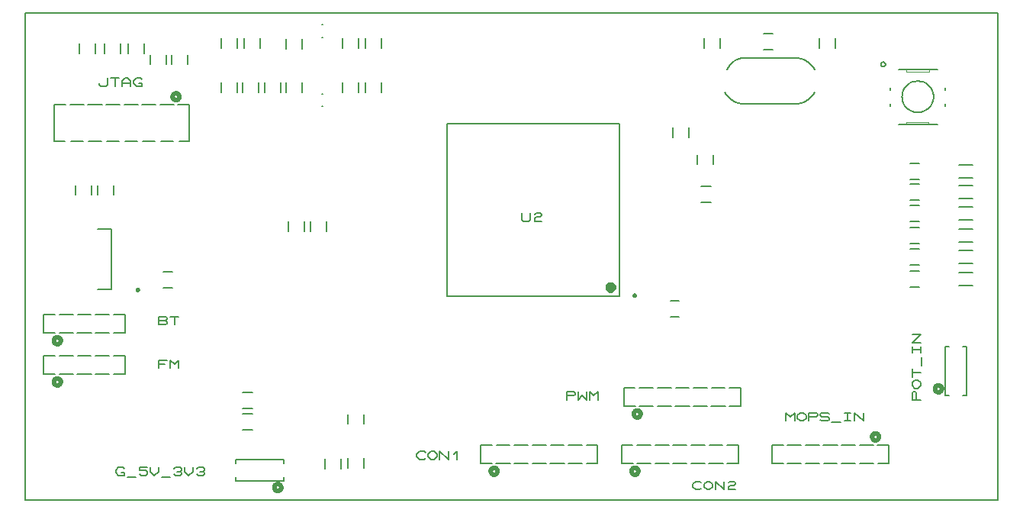
<source format=gbr>
G04 PROTEUS RS274X GERBER FILE*
%FSLAX45Y45*%
%MOMM*%
G01*
%ADD28C,0.203200*%
%ADD72C,0.508000*%
%ADD73C,0.152400*%
%ADD30C,0.200000*%
%ADD31C,0.250000*%
%ADD32C,0.600000*%
%ADD33C,0.050800*%
D28*
X-1079500Y-6413500D02*
X+9715500Y-6413500D01*
X+9715500Y-1016000D01*
X-1079500Y-1016000D01*
X-1079500Y-6413500D01*
D72*
X+9093200Y-5181500D02*
X+9093069Y-5178342D01*
X+9092003Y-5172024D01*
X+9089772Y-5165706D01*
X+9086127Y-5159388D01*
X+9080552Y-5153149D01*
X+9074234Y-5148553D01*
X+9067916Y-5145620D01*
X+9061598Y-5143958D01*
X+9055280Y-5143400D01*
X+9055100Y-5143400D01*
X+9017000Y-5181500D02*
X+9017131Y-5178342D01*
X+9018197Y-5172024D01*
X+9020428Y-5165706D01*
X+9024073Y-5159388D01*
X+9029648Y-5153149D01*
X+9035966Y-5148553D01*
X+9042284Y-5145620D01*
X+9048602Y-5143958D01*
X+9054920Y-5143400D01*
X+9055100Y-5143400D01*
X+9017000Y-5181500D02*
X+9017131Y-5184658D01*
X+9018197Y-5190976D01*
X+9020428Y-5197294D01*
X+9024073Y-5203612D01*
X+9029648Y-5209851D01*
X+9035966Y-5214447D01*
X+9042284Y-5217380D01*
X+9048602Y-5219042D01*
X+9054920Y-5219600D01*
X+9055100Y-5219600D01*
X+9093200Y-5181500D02*
X+9093069Y-5184658D01*
X+9092003Y-5190976D01*
X+9089772Y-5197294D01*
X+9086127Y-5203612D01*
X+9080552Y-5209851D01*
X+9074234Y-5214447D01*
X+9067916Y-5217380D01*
X+9061598Y-5219042D01*
X+9055280Y-5219600D01*
X+9055100Y-5219600D01*
D73*
X+9126220Y-4711650D02*
X+9126220Y-5251350D01*
X+9169735Y-5251350D01*
X+9364980Y-5251350D02*
X+9364980Y-4711650D01*
X+9321465Y-4711650D01*
X+9169735Y-4711650D02*
X+9126220Y-4711650D01*
X+9321465Y-5251350D02*
X+9364980Y-5251350D01*
D28*
X+8856170Y-5305017D02*
X+8764730Y-5305017D01*
X+8764730Y-5225642D01*
X+8779970Y-5209767D01*
X+8795210Y-5209767D01*
X+8810450Y-5225642D01*
X+8810450Y-5305017D01*
X+8795210Y-5178017D02*
X+8764730Y-5146267D01*
X+8764730Y-5114517D01*
X+8795210Y-5082767D01*
X+8825690Y-5082767D01*
X+8856170Y-5114517D01*
X+8856170Y-5146267D01*
X+8825690Y-5178017D01*
X+8795210Y-5178017D01*
X+8764730Y-5051017D02*
X+8764730Y-4955767D01*
X+8764730Y-5003392D02*
X+8856170Y-5003392D01*
X+8871410Y-4924017D02*
X+8871410Y-4828767D01*
X+8764730Y-4781142D02*
X+8764730Y-4717642D01*
X+8764730Y-4749392D02*
X+8856170Y-4749392D01*
X+8856170Y-4781142D02*
X+8856170Y-4717642D01*
X+8856170Y-4670017D02*
X+8764730Y-4670017D01*
X+8856170Y-4574767D01*
X+8764730Y-4574767D01*
D72*
X+8394600Y-5715000D02*
X+8394469Y-5711842D01*
X+8393403Y-5705524D01*
X+8391172Y-5699206D01*
X+8387527Y-5692888D01*
X+8381952Y-5686649D01*
X+8375634Y-5682053D01*
X+8369316Y-5679120D01*
X+8362998Y-5677458D01*
X+8356680Y-5676900D01*
X+8356500Y-5676900D01*
X+8318400Y-5715000D02*
X+8318531Y-5711842D01*
X+8319597Y-5705524D01*
X+8321828Y-5699206D01*
X+8325473Y-5692888D01*
X+8331048Y-5686649D01*
X+8337366Y-5682053D01*
X+8343684Y-5679120D01*
X+8350002Y-5677458D01*
X+8356320Y-5676900D01*
X+8356500Y-5676900D01*
X+8318400Y-5715000D02*
X+8318531Y-5718158D01*
X+8319597Y-5724476D01*
X+8321828Y-5730794D01*
X+8325473Y-5737112D01*
X+8331048Y-5743351D01*
X+8337366Y-5747947D01*
X+8343684Y-5750880D01*
X+8350002Y-5752542D01*
X+8356320Y-5753100D01*
X+8356500Y-5753100D01*
X+8394600Y-5715000D02*
X+8394469Y-5718158D01*
X+8393403Y-5724476D01*
X+8391172Y-5730794D01*
X+8387527Y-5737112D01*
X+8381952Y-5743351D01*
X+8375634Y-5747947D01*
X+8369316Y-5750880D01*
X+8362998Y-5752542D01*
X+8356680Y-5753100D01*
X+8356500Y-5753100D01*
D73*
X+8505470Y-5804840D02*
X+8378907Y-5804840D01*
X+7207530Y-5804840D02*
X+7207530Y-6005500D01*
X+7331309Y-6005500D01*
X+8505470Y-6005500D02*
X+8505470Y-5804840D01*
X+7334093Y-5804840D02*
X+7207530Y-5804840D01*
X+7381691Y-6005500D02*
X+7531309Y-6005500D01*
X+7534093Y-5804840D02*
X+7378907Y-5804840D01*
X+7581691Y-6005500D02*
X+7731309Y-6005500D01*
X+7734093Y-5804840D02*
X+7578907Y-5804840D01*
X+7781691Y-6005500D02*
X+7931309Y-6005500D01*
X+7934093Y-5804840D02*
X+7778907Y-5804840D01*
X+7981691Y-6005500D02*
X+8131309Y-6005500D01*
X+8134093Y-5804840D02*
X+7978907Y-5804840D01*
X+8181691Y-6005500D02*
X+8331309Y-6005500D01*
X+8381691Y-6005500D02*
X+8505470Y-6005500D01*
X+8334093Y-5804840D02*
X+8178907Y-5804840D01*
D28*
X+7363334Y-5538140D02*
X+7363334Y-5446700D01*
X+7410959Y-5492420D01*
X+7458584Y-5446700D01*
X+7458584Y-5538140D01*
X+7490334Y-5477180D02*
X+7522084Y-5446700D01*
X+7553834Y-5446700D01*
X+7585584Y-5477180D01*
X+7585584Y-5507660D01*
X+7553834Y-5538140D01*
X+7522084Y-5538140D01*
X+7490334Y-5507660D01*
X+7490334Y-5477180D01*
X+7617334Y-5538140D02*
X+7617334Y-5446700D01*
X+7696709Y-5446700D01*
X+7712584Y-5461940D01*
X+7712584Y-5477180D01*
X+7696709Y-5492420D01*
X+7617334Y-5492420D01*
X+7744334Y-5522900D02*
X+7760209Y-5538140D01*
X+7823709Y-5538140D01*
X+7839584Y-5522900D01*
X+7839584Y-5507660D01*
X+7823709Y-5492420D01*
X+7760209Y-5492420D01*
X+7744334Y-5477180D01*
X+7744334Y-5461940D01*
X+7760209Y-5446700D01*
X+7823709Y-5446700D01*
X+7839584Y-5461940D01*
X+7871334Y-5553380D02*
X+7966584Y-5553380D01*
X+8014209Y-5446700D02*
X+8077709Y-5446700D01*
X+8045959Y-5446700D02*
X+8045959Y-5538140D01*
X+8014209Y-5538140D02*
X+8077709Y-5538140D01*
X+8125334Y-5538140D02*
X+8125334Y-5446700D01*
X+8220584Y-5538140D01*
X+8220584Y-5446700D01*
D72*
X+4162600Y-6096000D02*
X+4162469Y-6092842D01*
X+4161403Y-6086524D01*
X+4159172Y-6080206D01*
X+4155527Y-6073888D01*
X+4149952Y-6067649D01*
X+4143634Y-6063053D01*
X+4137316Y-6060120D01*
X+4130998Y-6058458D01*
X+4124680Y-6057900D01*
X+4124500Y-6057900D01*
X+4086400Y-6096000D02*
X+4086531Y-6092842D01*
X+4087597Y-6086524D01*
X+4089828Y-6080206D01*
X+4093473Y-6073888D01*
X+4099048Y-6067649D01*
X+4105366Y-6063053D01*
X+4111684Y-6060120D01*
X+4118002Y-6058458D01*
X+4124320Y-6057900D01*
X+4124500Y-6057900D01*
X+4086400Y-6096000D02*
X+4086531Y-6099158D01*
X+4087597Y-6105476D01*
X+4089828Y-6111794D01*
X+4093473Y-6118112D01*
X+4099048Y-6124351D01*
X+4105366Y-6128947D01*
X+4111684Y-6131880D01*
X+4118002Y-6133542D01*
X+4124320Y-6134100D01*
X+4124500Y-6134100D01*
X+4162600Y-6096000D02*
X+4162469Y-6099158D01*
X+4161403Y-6105476D01*
X+4159172Y-6111794D01*
X+4155527Y-6118112D01*
X+4149952Y-6124351D01*
X+4143634Y-6128947D01*
X+4137316Y-6131880D01*
X+4130998Y-6133542D01*
X+4124680Y-6134100D01*
X+4124500Y-6134100D01*
D73*
X+3975530Y-6006160D02*
X+4102093Y-6006160D01*
X+5273470Y-6006160D02*
X+5273470Y-5805500D01*
X+5149691Y-5805500D01*
X+3975530Y-5805500D02*
X+3975530Y-6006160D01*
X+5146907Y-6006160D02*
X+5273470Y-6006160D01*
X+5099309Y-5805500D02*
X+4949691Y-5805500D01*
X+4946907Y-6006160D02*
X+5102093Y-6006160D01*
X+4899309Y-5805500D02*
X+4749691Y-5805500D01*
X+4746907Y-6006160D02*
X+4902093Y-6006160D01*
X+4699309Y-5805500D02*
X+4549691Y-5805500D01*
X+4546907Y-6006160D02*
X+4702093Y-6006160D01*
X+4499309Y-5805500D02*
X+4349691Y-5805500D01*
X+4346907Y-6006160D02*
X+4502093Y-6006160D01*
X+4299309Y-5805500D02*
X+4149691Y-5805500D01*
X+4099309Y-5805500D02*
X+3975530Y-5805500D01*
X+4146907Y-6006160D02*
X+4302093Y-6006160D01*
D28*
X+3360850Y-5949463D02*
X+3344975Y-5964703D01*
X+3297350Y-5964703D01*
X+3265600Y-5934223D01*
X+3265600Y-5903743D01*
X+3297350Y-5873263D01*
X+3344975Y-5873263D01*
X+3360850Y-5888503D01*
X+3392600Y-5903743D02*
X+3424350Y-5873263D01*
X+3456100Y-5873263D01*
X+3487850Y-5903743D01*
X+3487850Y-5934223D01*
X+3456100Y-5964703D01*
X+3424350Y-5964703D01*
X+3392600Y-5934223D01*
X+3392600Y-5903743D01*
X+3519600Y-5964703D02*
X+3519600Y-5873263D01*
X+3614850Y-5964703D01*
X+3614850Y-5873263D01*
X+3678350Y-5903743D02*
X+3710100Y-5873263D01*
X+3710100Y-5964703D01*
D72*
X+5724600Y-6096000D02*
X+5724469Y-6092842D01*
X+5723403Y-6086524D01*
X+5721172Y-6080206D01*
X+5717527Y-6073888D01*
X+5711952Y-6067649D01*
X+5705634Y-6063053D01*
X+5699316Y-6060120D01*
X+5692998Y-6058458D01*
X+5686680Y-6057900D01*
X+5686500Y-6057900D01*
X+5648400Y-6096000D02*
X+5648531Y-6092842D01*
X+5649597Y-6086524D01*
X+5651828Y-6080206D01*
X+5655473Y-6073888D01*
X+5661048Y-6067649D01*
X+5667366Y-6063053D01*
X+5673684Y-6060120D01*
X+5680002Y-6058458D01*
X+5686320Y-6057900D01*
X+5686500Y-6057900D01*
X+5648400Y-6096000D02*
X+5648531Y-6099158D01*
X+5649597Y-6105476D01*
X+5651828Y-6111794D01*
X+5655473Y-6118112D01*
X+5661048Y-6124351D01*
X+5667366Y-6128947D01*
X+5673684Y-6131880D01*
X+5680002Y-6133542D01*
X+5686320Y-6134100D01*
X+5686500Y-6134100D01*
X+5724600Y-6096000D02*
X+5724469Y-6099158D01*
X+5723403Y-6105476D01*
X+5721172Y-6111794D01*
X+5717527Y-6118112D01*
X+5711952Y-6124351D01*
X+5705634Y-6128947D01*
X+5699316Y-6131880D01*
X+5692998Y-6133542D01*
X+5686680Y-6134100D01*
X+5686500Y-6134100D01*
D73*
X+5537530Y-6006160D02*
X+5664093Y-6006160D01*
X+6835470Y-6006160D02*
X+6835470Y-5805500D01*
X+6711691Y-5805500D01*
X+5537530Y-5805500D02*
X+5537530Y-6006160D01*
X+6708907Y-6006160D02*
X+6835470Y-6006160D01*
X+6661309Y-5805500D02*
X+6511691Y-5805500D01*
X+6508907Y-6006160D02*
X+6664093Y-6006160D01*
X+6461309Y-5805500D02*
X+6311691Y-5805500D01*
X+6308907Y-6006160D02*
X+6464093Y-6006160D01*
X+6261309Y-5805500D02*
X+6111691Y-5805500D01*
X+6108907Y-6006160D02*
X+6264093Y-6006160D01*
X+6061309Y-5805500D02*
X+5911691Y-5805500D01*
X+5908907Y-6006160D02*
X+6064093Y-6006160D01*
X+5861309Y-5805500D02*
X+5711691Y-5805500D01*
X+5661309Y-5805500D02*
X+5537530Y-5805500D01*
X+5708907Y-6006160D02*
X+5864093Y-6006160D01*
D28*
X+6421450Y-6285560D02*
X+6405575Y-6300800D01*
X+6357950Y-6300800D01*
X+6326200Y-6270320D01*
X+6326200Y-6239840D01*
X+6357950Y-6209360D01*
X+6405575Y-6209360D01*
X+6421450Y-6224600D01*
X+6453200Y-6239840D02*
X+6484950Y-6209360D01*
X+6516700Y-6209360D01*
X+6548450Y-6239840D01*
X+6548450Y-6270320D01*
X+6516700Y-6300800D01*
X+6484950Y-6300800D01*
X+6453200Y-6270320D01*
X+6453200Y-6239840D01*
X+6580200Y-6300800D02*
X+6580200Y-6209360D01*
X+6675450Y-6300800D01*
X+6675450Y-6209360D01*
X+6723075Y-6224600D02*
X+6738950Y-6209360D01*
X+6786575Y-6209360D01*
X+6802450Y-6224600D01*
X+6802450Y-6239840D01*
X+6786575Y-6255080D01*
X+6738950Y-6255080D01*
X+6723075Y-6270320D01*
X+6723075Y-6300800D01*
X+6802450Y-6300800D01*
D72*
X+5750100Y-5461000D02*
X+5749969Y-5457842D01*
X+5748903Y-5451524D01*
X+5746672Y-5445206D01*
X+5743027Y-5438888D01*
X+5737452Y-5432649D01*
X+5731134Y-5428053D01*
X+5724816Y-5425120D01*
X+5718498Y-5423458D01*
X+5712180Y-5422900D01*
X+5712000Y-5422900D01*
X+5673900Y-5461000D02*
X+5674031Y-5457842D01*
X+5675097Y-5451524D01*
X+5677328Y-5445206D01*
X+5680973Y-5438888D01*
X+5686548Y-5432649D01*
X+5692866Y-5428053D01*
X+5699184Y-5425120D01*
X+5705502Y-5423458D01*
X+5711820Y-5422900D01*
X+5712000Y-5422900D01*
X+5673900Y-5461000D02*
X+5674031Y-5464158D01*
X+5675097Y-5470476D01*
X+5677328Y-5476794D01*
X+5680973Y-5483112D01*
X+5686548Y-5489351D01*
X+5692866Y-5493947D01*
X+5699184Y-5496880D01*
X+5705502Y-5498542D01*
X+5711820Y-5499100D01*
X+5712000Y-5499100D01*
X+5750100Y-5461000D02*
X+5749969Y-5464158D01*
X+5748903Y-5470476D01*
X+5746672Y-5476794D01*
X+5743027Y-5483112D01*
X+5737452Y-5489351D01*
X+5731134Y-5493947D01*
X+5724816Y-5496880D01*
X+5718498Y-5498542D01*
X+5712180Y-5499100D01*
X+5712000Y-5499100D01*
D73*
X+5563030Y-5371160D02*
X+5689593Y-5371160D01*
X+6860970Y-5371160D02*
X+6860970Y-5170500D01*
X+6737191Y-5170500D01*
X+5563030Y-5170500D02*
X+5563030Y-5371160D01*
X+6734407Y-5371160D02*
X+6860970Y-5371160D01*
X+6686809Y-5170500D02*
X+6537191Y-5170500D01*
X+6534407Y-5371160D02*
X+6689593Y-5371160D01*
X+6486809Y-5170500D02*
X+6337191Y-5170500D01*
X+6334407Y-5371160D02*
X+6489593Y-5371160D01*
X+6286809Y-5170500D02*
X+6137191Y-5170500D01*
X+6134407Y-5371160D02*
X+6289593Y-5371160D01*
X+6086809Y-5170500D02*
X+5937191Y-5170500D01*
X+5934407Y-5371160D02*
X+6089593Y-5371160D01*
X+5886809Y-5170500D02*
X+5737191Y-5170500D01*
X+5686809Y-5170500D02*
X+5563030Y-5170500D01*
X+5734407Y-5371160D02*
X+5889593Y-5371160D01*
D28*
X+4929300Y-5303973D02*
X+4929300Y-5212533D01*
X+5008675Y-5212533D01*
X+5024550Y-5227773D01*
X+5024550Y-5243013D01*
X+5008675Y-5258253D01*
X+4929300Y-5258253D01*
X+5056300Y-5212533D02*
X+5056300Y-5303973D01*
X+5103925Y-5258253D01*
X+5151550Y-5303973D01*
X+5151550Y-5212533D01*
X+5183300Y-5303973D02*
X+5183300Y-5212533D01*
X+5230925Y-5258253D01*
X+5278550Y-5212533D01*
X+5278550Y-5303973D01*
D72*
X+1761085Y-6276892D02*
X+1760954Y-6273734D01*
X+1759888Y-6267416D01*
X+1757657Y-6261098D01*
X+1754012Y-6254780D01*
X+1748437Y-6248541D01*
X+1742119Y-6243945D01*
X+1735801Y-6241012D01*
X+1729483Y-6239350D01*
X+1723165Y-6238792D01*
X+1722985Y-6238792D01*
X+1684885Y-6276892D02*
X+1685016Y-6273734D01*
X+1686082Y-6267416D01*
X+1688313Y-6261098D01*
X+1691958Y-6254780D01*
X+1697533Y-6248541D01*
X+1703851Y-6243945D01*
X+1710169Y-6241012D01*
X+1716487Y-6239350D01*
X+1722805Y-6238792D01*
X+1722985Y-6238792D01*
X+1684885Y-6276892D02*
X+1685016Y-6280050D01*
X+1686082Y-6286368D01*
X+1688313Y-6292686D01*
X+1691958Y-6299004D01*
X+1697533Y-6305243D01*
X+1703851Y-6309839D01*
X+1710169Y-6312772D01*
X+1716487Y-6314434D01*
X+1722805Y-6314992D01*
X+1722985Y-6314992D01*
X+1761085Y-6276892D02*
X+1760954Y-6280050D01*
X+1759888Y-6286368D01*
X+1757657Y-6292686D01*
X+1754012Y-6299004D01*
X+1748437Y-6305243D01*
X+1742119Y-6309839D01*
X+1735801Y-6312772D01*
X+1729483Y-6314434D01*
X+1723165Y-6314992D01*
X+1722985Y-6314992D01*
D73*
X+1253135Y-6205772D02*
X+1792835Y-6205772D01*
X+1792835Y-6162257D01*
X+1792835Y-5967012D02*
X+1253135Y-5967012D01*
X+1253135Y-6010527D01*
X+1253135Y-6162257D02*
X+1253135Y-6205772D01*
X+1792835Y-6010527D02*
X+1792835Y-5967012D01*
D28*
X-13715Y-6114332D02*
X+18035Y-6114332D01*
X+18035Y-6144812D01*
X-45465Y-6144812D01*
X-77215Y-6114332D01*
X-77215Y-6083852D01*
X-45465Y-6053372D01*
X+2160Y-6053372D01*
X+18035Y-6068612D01*
X+49785Y-6160052D02*
X+145035Y-6160052D01*
X+272035Y-6053372D02*
X+192660Y-6053372D01*
X+192660Y-6083852D01*
X+256160Y-6083852D01*
X+272035Y-6099092D01*
X+272035Y-6129572D01*
X+256160Y-6144812D01*
X+208535Y-6144812D01*
X+192660Y-6129572D01*
X+303785Y-6053372D02*
X+303785Y-6099092D01*
X+351410Y-6144812D01*
X+399035Y-6099092D01*
X+399035Y-6053372D01*
X+430785Y-6160052D02*
X+526035Y-6160052D01*
X+573660Y-6068612D02*
X+589535Y-6053372D01*
X+637160Y-6053372D01*
X+653035Y-6068612D01*
X+653035Y-6083852D01*
X+637160Y-6099092D01*
X+653035Y-6114332D01*
X+653035Y-6129572D01*
X+637160Y-6144812D01*
X+589535Y-6144812D01*
X+573660Y-6129572D01*
X+605410Y-6099092D02*
X+637160Y-6099092D01*
X+684785Y-6053372D02*
X+684785Y-6099092D01*
X+732410Y-6144812D01*
X+780035Y-6099092D01*
X+780035Y-6053372D01*
X+827660Y-6068612D02*
X+843535Y-6053372D01*
X+891160Y-6053372D01*
X+907035Y-6068612D01*
X+907035Y-6083852D01*
X+891160Y-6099092D01*
X+907035Y-6114332D01*
X+907035Y-6129572D01*
X+891160Y-6144812D01*
X+843535Y-6144812D01*
X+827660Y-6129572D01*
X+859410Y-6099092D02*
X+891160Y-6099092D01*
D72*
X+631800Y-1943100D02*
X+631669Y-1939942D01*
X+630603Y-1933624D01*
X+628372Y-1927306D01*
X+624727Y-1920988D01*
X+619152Y-1914749D01*
X+612834Y-1910153D01*
X+606516Y-1907220D01*
X+600198Y-1905558D01*
X+593880Y-1905000D01*
X+593700Y-1905000D01*
X+555600Y-1943100D02*
X+555731Y-1939942D01*
X+556797Y-1933624D01*
X+559028Y-1927306D01*
X+562673Y-1920988D01*
X+568248Y-1914749D01*
X+574566Y-1910153D01*
X+580884Y-1907220D01*
X+587202Y-1905558D01*
X+593520Y-1905000D01*
X+593700Y-1905000D01*
X+555600Y-1943100D02*
X+555731Y-1946258D01*
X+556797Y-1952576D01*
X+559028Y-1958894D01*
X+562673Y-1965212D01*
X+568248Y-1971451D01*
X+574566Y-1976047D01*
X+580884Y-1978980D01*
X+587202Y-1980642D01*
X+593520Y-1981200D01*
X+593700Y-1981200D01*
X+631800Y-1943100D02*
X+631669Y-1946258D01*
X+630603Y-1952576D01*
X+628372Y-1958894D01*
X+624727Y-1965212D01*
X+619152Y-1971451D01*
X+612834Y-1976047D01*
X+606516Y-1978980D01*
X+600198Y-1980642D01*
X+593880Y-1981200D01*
X+593700Y-1981200D01*
D73*
X+743000Y-2032940D02*
X+616108Y-2032940D01*
X-755600Y-2032940D02*
X-755600Y-2431720D01*
X-638034Y-2431720D01*
X+743000Y-2431720D02*
X+743000Y-2032940D01*
X-574566Y-2431720D02*
X-438034Y-2431720D01*
X-628708Y-2032940D02*
X-755600Y-2032940D01*
X-374566Y-2431720D02*
X-238034Y-2431720D01*
X-428708Y-2032940D02*
X-583892Y-2032940D01*
X-174566Y-2431720D02*
X-38034Y-2431720D01*
X-228708Y-2032940D02*
X-383892Y-2032940D01*
X+25434Y-2431720D02*
X+161966Y-2431720D01*
X-28708Y-2032940D02*
X-183892Y-2032940D01*
X+225434Y-2431720D02*
X+361966Y-2431720D01*
X+171292Y-2032940D02*
X+16108Y-2032940D01*
X+425434Y-2431720D02*
X+561966Y-2431720D01*
X+371292Y-2032940D02*
X+216108Y-2032940D01*
X+625434Y-2431720D02*
X+743000Y-2431720D01*
X+571292Y-2032940D02*
X+416108Y-2032940D01*
D28*
X-260300Y-1794180D02*
X-260300Y-1809420D01*
X-244425Y-1824660D01*
X-180925Y-1824660D01*
X-165050Y-1809420D01*
X-165050Y-1733220D01*
X-133300Y-1733220D02*
X-38050Y-1733220D01*
X-85675Y-1733220D02*
X-85675Y-1824660D01*
X-6300Y-1824660D02*
X-6300Y-1763700D01*
X+25450Y-1733220D01*
X+57200Y-1733220D01*
X+88950Y-1763700D01*
X+88950Y-1824660D01*
X-6300Y-1794180D02*
X+88950Y-1794180D01*
X+184200Y-1794180D02*
X+215950Y-1794180D01*
X+215950Y-1824660D01*
X+152450Y-1824660D01*
X+120700Y-1794180D01*
X+120700Y-1763700D01*
X+152450Y-1733220D01*
X+200075Y-1733220D01*
X+215950Y-1748460D01*
D30*
X+2220900Y-1141300D02*
X+2210900Y-1141300D01*
X+2220900Y-1281300D02*
X+2210900Y-1281300D01*
X+2221400Y-1908100D02*
X+2211400Y-1908100D01*
X+2221400Y-2048100D02*
X+2211400Y-2048100D01*
D31*
X+178300Y-4080900D02*
X+178257Y-4079861D01*
X+177905Y-4077782D01*
X+177168Y-4075703D01*
X+175964Y-4073624D01*
X+174123Y-4071574D01*
X+172044Y-4070071D01*
X+169965Y-4069114D01*
X+167886Y-4068575D01*
X+165807Y-4068400D01*
X+165800Y-4068400D01*
X+153300Y-4080900D02*
X+153343Y-4079861D01*
X+153695Y-4077782D01*
X+154432Y-4075703D01*
X+155636Y-4073624D01*
X+157477Y-4071574D01*
X+159556Y-4070071D01*
X+161635Y-4069114D01*
X+163714Y-4068575D01*
X+165793Y-4068400D01*
X+165800Y-4068400D01*
X+153300Y-4080900D02*
X+153343Y-4081939D01*
X+153695Y-4084018D01*
X+154432Y-4086097D01*
X+155636Y-4088176D01*
X+157477Y-4090226D01*
X+159556Y-4091729D01*
X+161635Y-4092686D01*
X+163714Y-4093225D01*
X+165793Y-4093400D01*
X+165800Y-4093400D01*
X+178300Y-4080900D02*
X+178257Y-4081939D01*
X+177905Y-4084018D01*
X+177168Y-4086097D01*
X+175964Y-4088176D01*
X+174123Y-4090226D01*
X+172044Y-4091729D01*
X+169965Y-4092686D01*
X+167886Y-4093225D01*
X+165807Y-4093400D01*
X+165800Y-4093400D01*
D30*
X-276700Y-3410900D02*
X-126700Y-3410900D01*
X-126700Y-4080900D01*
X-276700Y-4080900D01*
X+545000Y-1481400D02*
X+545000Y-1581400D01*
X+725000Y-1481400D02*
X+725000Y-1581400D01*
X+303700Y-1481400D02*
X+303700Y-1581400D01*
X+483700Y-1481400D02*
X+483700Y-1581400D01*
X-521800Y-2927100D02*
X-521800Y-3027100D01*
X-341800Y-2927100D02*
X-341800Y-3027100D01*
X-280500Y-2927100D02*
X-280500Y-3027100D01*
X-100500Y-2927100D02*
X-100500Y-3027100D01*
X-483700Y-1352300D02*
X-483700Y-1462300D01*
X-303700Y-1352300D02*
X-303700Y-1462300D01*
X-204300Y-1352300D02*
X-204300Y-1462300D01*
X-24300Y-1352300D02*
X-24300Y-1462300D01*
X+62400Y-1352300D02*
X+62400Y-1462300D01*
X+242400Y-1352300D02*
X+242400Y-1462300D01*
X+550600Y-3885100D02*
X+450600Y-3885100D01*
X+550600Y-4065100D02*
X+450600Y-4065100D01*
X+2617300Y-1403600D02*
X+2617300Y-1293600D01*
X+2437300Y-1403600D02*
X+2437300Y-1293600D01*
X+2871300Y-1403600D02*
X+2871300Y-1293600D01*
X+2691300Y-1403600D02*
X+2691300Y-1293600D01*
X+2691300Y-1781000D02*
X+2691300Y-1891000D01*
X+2871300Y-1781000D02*
X+2871300Y-1891000D01*
X+2437300Y-1781000D02*
X+2437300Y-1891000D01*
X+2617300Y-1781000D02*
X+2617300Y-1891000D01*
X+2261700Y-3430800D02*
X+2261700Y-3320800D01*
X+2081700Y-3430800D02*
X+2081700Y-3320800D01*
X+1995000Y-1408400D02*
X+1995000Y-1298400D01*
X+1815000Y-1408400D02*
X+1815000Y-1298400D01*
X+6419600Y-3112600D02*
X+6529600Y-3112600D01*
X+6419600Y-2932600D02*
X+6529600Y-2932600D01*
X+2020400Y-3430800D02*
X+2020400Y-3320800D01*
X+1840400Y-3430800D02*
X+1840400Y-3320800D01*
X+2680800Y-6059700D02*
X+2680800Y-5949700D01*
X+2500800Y-6059700D02*
X+2500800Y-5949700D01*
X+2426800Y-6064500D02*
X+2426800Y-5954500D01*
X+2246800Y-6064500D02*
X+2246800Y-5954500D01*
X+1271100Y-1403600D02*
X+1271100Y-1293600D01*
X+1091100Y-1403600D02*
X+1091100Y-1293600D01*
X+1525100Y-1403600D02*
X+1525100Y-1293600D01*
X+1345100Y-1403600D02*
X+1345100Y-1293600D01*
X+1573700Y-1781000D02*
X+1573700Y-1891000D01*
X+1753700Y-1781000D02*
X+1753700Y-1891000D01*
X+1815000Y-1781000D02*
X+1815000Y-1891000D01*
X+1995000Y-1781000D02*
X+1995000Y-1891000D01*
X+1331700Y-5639900D02*
X+1441700Y-5639900D01*
X+1331700Y-5459900D02*
X+1441700Y-5459900D01*
X+1331700Y-5398600D02*
X+1441700Y-5398600D01*
X+1331700Y-5218600D02*
X+1441700Y-5218600D01*
X+6450500Y-1288800D02*
X+6450500Y-1398800D01*
X+6630500Y-1288800D02*
X+6630500Y-1398800D01*
X+7733200Y-1288800D02*
X+7733200Y-1398800D01*
X+7913200Y-1288800D02*
X+7913200Y-1398800D01*
D28*
X+6903720Y-1513840D02*
X+7462520Y-1513840D01*
X+6903720Y-2021840D02*
X+7462520Y-2021840D01*
X+6685280Y-1894840D02*
X+6703209Y-1922904D01*
X+6724412Y-1947902D01*
X+6748592Y-1969626D01*
X+6775450Y-1987868D01*
X+6804690Y-2002418D01*
X+6836013Y-2013069D01*
X+6869122Y-2019613D01*
X+6903720Y-2021840D01*
X+6708140Y-1640840D02*
X+6724045Y-1612776D01*
X+6742986Y-1587778D01*
X+6764665Y-1566054D01*
X+6788785Y-1547812D01*
X+6815048Y-1533262D01*
X+6843157Y-1522611D01*
X+6872813Y-1516067D01*
X+6903720Y-1513840D01*
X+7680960Y-1640840D02*
X+7663031Y-1612776D01*
X+7641828Y-1587778D01*
X+7617648Y-1566054D01*
X+7590790Y-1547812D01*
X+7561550Y-1533262D01*
X+7530227Y-1522611D01*
X+7497118Y-1516067D01*
X+7462520Y-1513840D01*
X+7680960Y-1894840D02*
X+7663031Y-1922904D01*
X+7641828Y-1947902D01*
X+7617648Y-1969626D01*
X+7590790Y-1987868D01*
X+7561550Y-2002418D01*
X+7530227Y-2013069D01*
X+7497118Y-2019613D01*
X+7462520Y-2021840D01*
D30*
X+7218100Y-1243500D02*
X+7118100Y-1243500D01*
X+7218100Y-1423500D02*
X+7118100Y-1423500D01*
D28*
X+9278620Y-3888740D02*
X+9431020Y-3888740D01*
X+9281160Y-4036060D02*
X+9431020Y-4036060D01*
X+9278620Y-2694940D02*
X+9431020Y-2694940D01*
X+9281160Y-2842260D02*
X+9431020Y-2842260D01*
X+9278620Y-3647440D02*
X+9431020Y-3647440D01*
X+9281160Y-3794760D02*
X+9431020Y-3794760D01*
X+9278620Y-3406140D02*
X+9431020Y-3406140D01*
X+9281160Y-3553460D02*
X+9431020Y-3553460D01*
X+9278620Y-2923540D02*
X+9431020Y-2923540D01*
X+9281160Y-3070860D02*
X+9431020Y-3070860D01*
X+9278620Y-3164840D02*
X+9431020Y-3164840D01*
X+9281160Y-3312160D02*
X+9431020Y-3312160D01*
D30*
X+8843260Y-2907200D02*
X+8743260Y-2907200D01*
X+8843260Y-3087200D02*
X+8743260Y-3087200D01*
X+8843260Y-3148500D02*
X+8743260Y-3148500D01*
X+8843260Y-3328500D02*
X+8743260Y-3328500D01*
X+8843260Y-3872400D02*
X+8743260Y-3872400D01*
X+8843260Y-4052400D02*
X+8743260Y-4052400D01*
X+8841160Y-3631100D02*
X+8741160Y-3631100D01*
X+8841160Y-3811100D02*
X+8741160Y-3811100D01*
X+8843260Y-3389800D02*
X+8743260Y-3389800D01*
X+8843260Y-3569800D02*
X+8743260Y-3569800D01*
X+8841160Y-2678600D02*
X+8741160Y-2678600D01*
X+8841160Y-2858600D02*
X+8741160Y-2858600D01*
X+5513900Y-2245000D02*
X+3603900Y-2245000D01*
X+3603900Y-4155000D01*
X+5513900Y-4155000D01*
X+5513900Y-2245000D01*
D32*
X+5443900Y-4055000D02*
X+5443797Y-4052511D01*
X+5442955Y-4047531D01*
X+5441195Y-4042551D01*
X+5438318Y-4037571D01*
X+5433917Y-4032655D01*
X+5428937Y-4029041D01*
X+5423957Y-4026736D01*
X+5418977Y-4025433D01*
X+5413997Y-4025000D01*
X+5413900Y-4025000D01*
X+5383900Y-4055000D02*
X+5384003Y-4052511D01*
X+5384845Y-4047531D01*
X+5386605Y-4042551D01*
X+5389482Y-4037571D01*
X+5393883Y-4032655D01*
X+5398863Y-4029041D01*
X+5403843Y-4026736D01*
X+5408823Y-4025433D01*
X+5413803Y-4025000D01*
X+5413900Y-4025000D01*
X+5383900Y-4055000D02*
X+5384003Y-4057489D01*
X+5384845Y-4062469D01*
X+5386605Y-4067449D01*
X+5389482Y-4072429D01*
X+5393883Y-4077345D01*
X+5398863Y-4080959D01*
X+5403843Y-4083264D01*
X+5408823Y-4084567D01*
X+5413803Y-4085000D01*
X+5413900Y-4085000D01*
X+5443900Y-4055000D02*
X+5443797Y-4057489D01*
X+5442955Y-4062469D01*
X+5441195Y-4067449D01*
X+5438318Y-4072429D01*
X+5433917Y-4077345D01*
X+5428937Y-4080959D01*
X+5423957Y-4083264D01*
X+5418977Y-4084567D01*
X+5413997Y-4085000D01*
X+5413900Y-4085000D01*
D31*
X+5691400Y-4145000D02*
X+5691357Y-4143961D01*
X+5691005Y-4141882D01*
X+5690268Y-4139803D01*
X+5689064Y-4137724D01*
X+5687223Y-4135674D01*
X+5685144Y-4134171D01*
X+5683065Y-4133214D01*
X+5680986Y-4132675D01*
X+5678907Y-4132500D01*
X+5678900Y-4132500D01*
X+5666400Y-4145000D02*
X+5666443Y-4143961D01*
X+5666795Y-4141882D01*
X+5667532Y-4139803D01*
X+5668736Y-4137724D01*
X+5670577Y-4135674D01*
X+5672656Y-4134171D01*
X+5674735Y-4133214D01*
X+5676814Y-4132675D01*
X+5678893Y-4132500D01*
X+5678900Y-4132500D01*
X+5666400Y-4145000D02*
X+5666443Y-4146039D01*
X+5666795Y-4148118D01*
X+5667532Y-4150197D01*
X+5668736Y-4152276D01*
X+5670577Y-4154326D01*
X+5672656Y-4155829D01*
X+5674735Y-4156786D01*
X+5676814Y-4157325D01*
X+5678893Y-4157500D01*
X+5678900Y-4157500D01*
X+5691400Y-4145000D02*
X+5691357Y-4146039D01*
X+5691005Y-4148118D01*
X+5690268Y-4150197D01*
X+5689064Y-4152276D01*
X+5687223Y-4154326D01*
X+5685144Y-4155829D01*
X+5683065Y-4156786D01*
X+5680986Y-4157325D01*
X+5678907Y-4157500D01*
X+5678900Y-4157500D01*
D28*
X+4431900Y-3230480D02*
X+4431900Y-3306680D01*
X+4447775Y-3321920D01*
X+4511275Y-3321920D01*
X+4527150Y-3306680D01*
X+4527150Y-3230480D01*
X+4574775Y-3245720D02*
X+4590650Y-3230480D01*
X+4638275Y-3230480D01*
X+4654150Y-3245720D01*
X+4654150Y-3260960D01*
X+4638275Y-3276200D01*
X+4590650Y-3276200D01*
X+4574775Y-3291440D01*
X+4574775Y-3321920D01*
X+4654150Y-3321920D01*
D30*
X+1332400Y-1781000D02*
X+1332400Y-1891000D01*
X+1512400Y-1781000D02*
X+1512400Y-1891000D01*
X+1091100Y-1781000D02*
X+1091100Y-1891000D01*
X+1271100Y-1781000D02*
X+1271100Y-1891000D01*
X+6178800Y-4202600D02*
X+6078800Y-4202600D01*
X+6178800Y-4382600D02*
X+6078800Y-4382600D01*
X+2680800Y-5569200D02*
X+2680800Y-5469200D01*
X+2500800Y-5569200D02*
X+2500800Y-5469200D01*
D72*
X-685800Y-4648200D02*
X-685931Y-4645042D01*
X-686997Y-4638724D01*
X-689228Y-4632406D01*
X-692873Y-4626088D01*
X-698448Y-4619849D01*
X-704766Y-4615253D01*
X-711084Y-4612320D01*
X-717402Y-4610658D01*
X-723720Y-4610100D01*
X-723900Y-4610100D01*
X-762000Y-4648200D02*
X-761869Y-4645042D01*
X-760803Y-4638724D01*
X-758572Y-4632406D01*
X-754927Y-4626088D01*
X-749352Y-4619849D01*
X-743034Y-4615253D01*
X-736716Y-4612320D01*
X-730398Y-4610658D01*
X-724080Y-4610100D01*
X-723900Y-4610100D01*
X-762000Y-4648200D02*
X-761869Y-4651358D01*
X-760803Y-4657676D01*
X-758572Y-4663994D01*
X-754927Y-4670312D01*
X-749352Y-4676551D01*
X-743034Y-4681147D01*
X-736716Y-4684080D01*
X-730398Y-4685742D01*
X-724080Y-4686300D01*
X-723900Y-4686300D01*
X-685800Y-4648200D02*
X-685931Y-4651358D01*
X-686997Y-4657676D01*
X-689228Y-4663994D01*
X-692873Y-4670312D01*
X-698448Y-4676551D01*
X-704766Y-4681147D01*
X-711084Y-4684080D01*
X-717402Y-4685742D01*
X-723720Y-4686300D01*
X-723900Y-4686300D01*
D73*
X-873480Y-4558360D02*
X-746307Y-4558360D01*
X+25680Y-4558360D02*
X+25680Y-4357700D01*
X-98709Y-4357700D01*
X-873480Y-4357700D02*
X-873480Y-4558360D01*
X-101493Y-4558360D02*
X+25680Y-4558360D01*
X-149091Y-4357700D02*
X-298709Y-4357700D01*
X-301493Y-4558360D02*
X-146307Y-4558360D01*
X-349091Y-4357700D02*
X-498709Y-4357700D01*
X-501493Y-4558360D02*
X-346307Y-4558360D01*
X-549091Y-4357700D02*
X-698709Y-4357700D01*
X-749091Y-4357700D02*
X-873480Y-4357700D01*
X-701493Y-4558360D02*
X-546307Y-4558360D01*
D28*
X+401600Y-4472000D02*
X+401600Y-4380560D01*
X+480975Y-4380560D01*
X+496850Y-4395800D01*
X+496850Y-4411040D01*
X+480975Y-4426280D01*
X+496850Y-4441520D01*
X+496850Y-4456760D01*
X+480975Y-4472000D01*
X+401600Y-4472000D01*
X+401600Y-4426280D02*
X+480975Y-4426280D01*
X+528600Y-4380560D02*
X+623850Y-4380560D01*
X+576225Y-4380560D02*
X+576225Y-4472000D01*
D72*
X-685800Y-5105400D02*
X-685931Y-5102242D01*
X-686997Y-5095924D01*
X-689228Y-5089606D01*
X-692873Y-5083288D01*
X-698448Y-5077049D01*
X-704766Y-5072453D01*
X-711084Y-5069520D01*
X-717402Y-5067858D01*
X-723720Y-5067300D01*
X-723900Y-5067300D01*
X-762000Y-5105400D02*
X-761869Y-5102242D01*
X-760803Y-5095924D01*
X-758572Y-5089606D01*
X-754927Y-5083288D01*
X-749352Y-5077049D01*
X-743034Y-5072453D01*
X-736716Y-5069520D01*
X-730398Y-5067858D01*
X-724080Y-5067300D01*
X-723900Y-5067300D01*
X-762000Y-5105400D02*
X-761869Y-5108558D01*
X-760803Y-5114876D01*
X-758572Y-5121194D01*
X-754927Y-5127512D01*
X-749352Y-5133751D01*
X-743034Y-5138347D01*
X-736716Y-5141280D01*
X-730398Y-5142942D01*
X-724080Y-5143500D01*
X-723900Y-5143500D01*
X-685800Y-5105400D02*
X-685931Y-5108558D01*
X-686997Y-5114876D01*
X-689228Y-5121194D01*
X-692873Y-5127512D01*
X-698448Y-5133751D01*
X-704766Y-5138347D01*
X-711084Y-5141280D01*
X-717402Y-5142942D01*
X-723720Y-5143500D01*
X-723900Y-5143500D01*
D73*
X-873480Y-5015560D02*
X-746307Y-5015560D01*
X+25680Y-5015560D02*
X+25680Y-4814900D01*
X-98709Y-4814900D01*
X-873480Y-4814900D02*
X-873480Y-5015560D01*
X-101493Y-5015560D02*
X+25680Y-5015560D01*
X-149091Y-4814900D02*
X-298709Y-4814900D01*
X-301493Y-5015560D02*
X-146307Y-5015560D01*
X-349091Y-4814900D02*
X-498709Y-4814900D01*
X-501493Y-5015560D02*
X-346307Y-5015560D01*
X-549091Y-4814900D02*
X-698709Y-4814900D01*
X-749091Y-4814900D02*
X-873480Y-4814900D01*
X-701493Y-5015560D02*
X-546307Y-5015560D01*
D28*
X+401600Y-4954600D02*
X+401600Y-4863160D01*
X+496850Y-4863160D01*
X+401600Y-4908880D02*
X+465100Y-4908880D01*
X+528600Y-4954600D02*
X+528600Y-4863160D01*
X+576225Y-4908880D01*
X+623850Y-4863160D01*
X+623850Y-4954600D01*
D30*
X+6107600Y-2284200D02*
X+6107600Y-2394200D01*
X+6287600Y-2284200D02*
X+6287600Y-2394200D01*
X+6374300Y-2586300D02*
X+6374300Y-2686300D01*
X+6554300Y-2586300D02*
X+6554300Y-2686300D01*
D33*
X+8699500Y-1638300D02*
X+8699500Y-1663700D01*
X+8953500Y-1663700D02*
X+8699500Y-1663700D01*
X+8953500Y-1663700D02*
X+8953500Y-1638300D01*
X+8940800Y-2222500D02*
X+8699500Y-2222500D01*
X+8940800Y-2222500D02*
X+8940800Y-2247900D01*
X+8699500Y-2222500D02*
X+8699500Y-2247900D01*
D73*
X+8610600Y-2247900D02*
X+8699500Y-2247900D01*
X+9042400Y-1638300D02*
X+8953500Y-1638300D01*
X+8699500Y-1638300D01*
X+8610600Y-1638300D01*
X+8699500Y-2247900D02*
X+8940800Y-2247900D01*
X+9042400Y-2247900D01*
X+9131300Y-2019300D02*
X+9131300Y-2044700D01*
X+9131300Y-1866900D02*
X+9131300Y-1841500D01*
X+8521700Y-2019300D02*
X+8521700Y-2044700D01*
X+8521700Y-1866900D02*
X+8521700Y-1841500D01*
X+9001506Y-1943100D02*
X+9000924Y-1928845D01*
X+8996200Y-1900333D01*
X+8986332Y-1871821D01*
X+8970267Y-1843309D01*
X+8945693Y-1814959D01*
X+8917181Y-1793420D01*
X+8888669Y-1779509D01*
X+8860157Y-1771361D01*
X+8831645Y-1768170D01*
X+8826500Y-1768094D01*
X+8651494Y-1943100D02*
X+8652076Y-1928845D01*
X+8656800Y-1900333D01*
X+8666668Y-1871821D01*
X+8682733Y-1843309D01*
X+8707307Y-1814959D01*
X+8735819Y-1793420D01*
X+8764331Y-1779509D01*
X+8792843Y-1771361D01*
X+8821355Y-1768170D01*
X+8826500Y-1768094D01*
X+8651494Y-1943100D02*
X+8652076Y-1957355D01*
X+8656800Y-1985867D01*
X+8666668Y-2014379D01*
X+8682733Y-2042891D01*
X+8707307Y-2071241D01*
X+8735819Y-2092780D01*
X+8764331Y-2106691D01*
X+8792843Y-2114839D01*
X+8821355Y-2118030D01*
X+8826500Y-2118106D01*
X+9001506Y-1943100D02*
X+9000924Y-1957355D01*
X+8996200Y-1985867D01*
X+8986332Y-2014379D01*
X+8970267Y-2042891D01*
X+8945693Y-2071241D01*
X+8917181Y-2092780D01*
X+8888669Y-2106691D01*
X+8860157Y-2114839D01*
X+8831645Y-2118030D01*
X+8826500Y-2118106D01*
X+8466500Y-1583100D02*
X+8466414Y-1581024D01*
X+8465712Y-1576871D01*
X+8464242Y-1572718D01*
X+8461840Y-1568565D01*
X+8458167Y-1564466D01*
X+8454014Y-1561457D01*
X+8449861Y-1559540D01*
X+8445708Y-1558457D01*
X+8441555Y-1558100D01*
X+8441500Y-1558100D01*
X+8416500Y-1583100D02*
X+8416586Y-1581024D01*
X+8417288Y-1576871D01*
X+8418758Y-1572718D01*
X+8421160Y-1568565D01*
X+8424833Y-1564466D01*
X+8428986Y-1561457D01*
X+8433139Y-1559540D01*
X+8437292Y-1558457D01*
X+8441445Y-1558100D01*
X+8441500Y-1558100D01*
X+8416500Y-1583100D02*
X+8416586Y-1585176D01*
X+8417288Y-1589329D01*
X+8418758Y-1593482D01*
X+8421160Y-1597635D01*
X+8424833Y-1601734D01*
X+8428986Y-1604743D01*
X+8433139Y-1606660D01*
X+8437292Y-1607743D01*
X+8441445Y-1608100D01*
X+8441500Y-1608100D01*
X+8466500Y-1583100D02*
X+8466414Y-1585176D01*
X+8465712Y-1589329D01*
X+8464242Y-1593482D01*
X+8461840Y-1597635D01*
X+8458167Y-1601734D01*
X+8454014Y-1604743D01*
X+8449861Y-1606660D01*
X+8445708Y-1607743D01*
X+8441555Y-1608100D01*
X+8441500Y-1608100D01*
M02*

</source>
